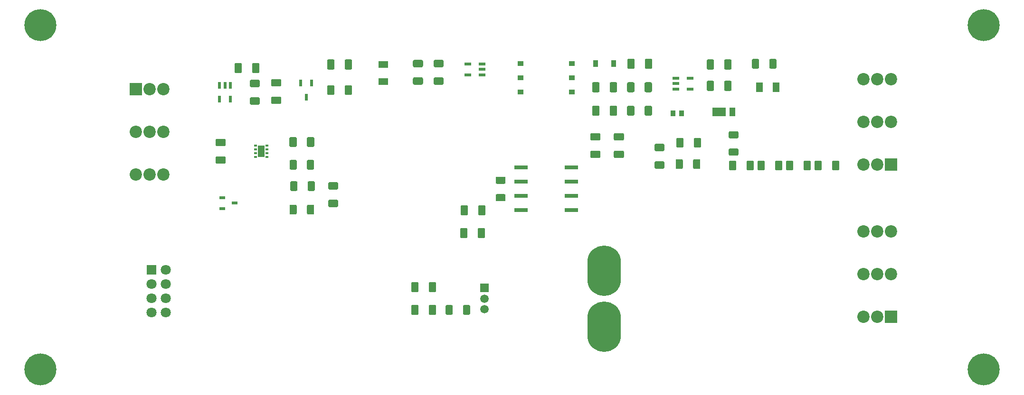
<source format=gts>
%TF.GenerationSoftware,KiCad,Pcbnew,(5.1.8)-1*%
%TF.CreationDate,2021-03-15T08:23:40+01:00*%
%TF.ProjectId,MeasCard,4d656173-4361-4726-942e-6b696361645f,rev?*%
%TF.SameCoordinates,Original*%
%TF.FileFunction,Soldermask,Top*%
%TF.FilePolarity,Negative*%
%FSLAX46Y46*%
G04 Gerber Fmt 4.6, Leading zero omitted, Abs format (unit mm)*
G04 Created by KiCad (PCBNEW (5.1.8)-1) date 2021-03-15 08:23:40*
%MOMM*%
%LPD*%
G01*
G04 APERTURE LIST*
%ADD10R,1.200000X0.600000*%
%ADD11R,1.800000X1.150000*%
%ADD12R,1.150000X1.800000*%
%ADD13R,0.600000X1.200000*%
%ADD14C,2.200000*%
%ADD15R,2.200000X2.200000*%
%ADD16C,5.700000*%
%ADD17R,1.120000X0.960000*%
%ADD18O,6.000000X9.000000*%
%ADD19R,1.500000X1.500000*%
%ADD20C,1.500000*%
%ADD21C,0.800000*%
%ADD22C,1.800000*%
%ADD23R,1.800000X1.800000*%
%ADD24R,1.050000X1.500000*%
%ADD25R,2.400000X1.500000*%
%ADD26R,1.200000X2.000000*%
%ADD27R,0.510000X0.410000*%
%ADD28R,2.350000X0.700000*%
%ADD29R,0.900000X1.000000*%
%ADD30R,0.900000X1.200000*%
%ADD31R,1.050000X0.600000*%
G04 APERTURE END LIST*
D10*
%TO.C,PS2*%
X127274000Y-65974000D03*
X127274000Y-64074000D03*
X129774000Y-64074000D03*
X129774000Y-65024000D03*
X129774000Y-65974000D03*
%TD*%
D11*
%TO.C,LED2*%
X112141000Y-67159000D03*
X112141000Y-64159000D03*
%TD*%
D12*
%TO.C,LED1*%
X179221000Y-68199000D03*
X182221000Y-68199000D03*
%TD*%
D10*
%TO.C,IC5*%
X166858000Y-66614000D03*
X166858000Y-68514000D03*
X164358000Y-68514000D03*
X164358000Y-67564000D03*
X164358000Y-66614000D03*
%TD*%
D13*
%TO.C,IC4*%
X98425000Y-69957000D03*
X97475000Y-67457000D03*
X99375000Y-67457000D03*
%TD*%
%TO.C,IC3*%
X84897000Y-70338000D03*
X82997000Y-70338000D03*
X82997000Y-67838000D03*
X83947000Y-67838000D03*
X84897000Y-67838000D03*
%TD*%
D14*
%TO.C,J4*%
X72952000Y-83820000D03*
X70512000Y-83820000D03*
X68072000Y-83820000D03*
X72952000Y-76200000D03*
X70512000Y-76200000D03*
X68072000Y-76200000D03*
X72952000Y-68580000D03*
X70512000Y-68580000D03*
D15*
X68072000Y-68580000D03*
%TD*%
D14*
%TO.C,J2*%
X197812000Y-93980000D03*
X200252000Y-93980000D03*
X202692000Y-93980000D03*
X197812000Y-101600000D03*
X200252000Y-101600000D03*
X202692000Y-101600000D03*
X197812000Y-109220000D03*
X200252000Y-109220000D03*
D15*
X202692000Y-109220000D03*
%TD*%
D14*
%TO.C,J1*%
X197812000Y-66802000D03*
X200252000Y-66802000D03*
X202692000Y-66802000D03*
X197812000Y-74422000D03*
X200252000Y-74422000D03*
X202692000Y-74422000D03*
X197812000Y-82042000D03*
X200252000Y-82042000D03*
D15*
X202692000Y-82042000D03*
%TD*%
D16*
%TO.C,H4*%
X219202000Y-118618000D03*
%TD*%
%TO.C,H3*%
X51054000Y-57150000D03*
%TD*%
%TO.C,H2*%
X219202000Y-57150000D03*
%TD*%
%TO.C,H1*%
X51054000Y-118618000D03*
%TD*%
D17*
%TO.C,T1*%
X145794000Y-64008000D03*
X145794000Y-66548000D03*
X145794000Y-69088000D03*
X136654000Y-69088000D03*
X136654000Y-66548000D03*
X136654000Y-64008000D03*
%TD*%
D18*
%TO.C,U1*%
X151575000Y-100923000D03*
X151575000Y-110923000D03*
D19*
X130175000Y-104013000D03*
D20*
X130175000Y-107833000D03*
X130175000Y-105923000D03*
G36*
G01*
X152567523Y-104703953D02*
X152567523Y-104703953D01*
G75*
G02*
X152374047Y-105235523I-362523J-169047D01*
G01*
X152374047Y-105235523D01*
G75*
G02*
X151842477Y-105042047I-169047J362523D01*
G01*
X151842477Y-105042047D01*
G75*
G02*
X152035953Y-104510477I362523J169047D01*
G01*
X152035953Y-104510477D01*
G75*
G02*
X152567523Y-104703953I169047J-362523D01*
G01*
G37*
G36*
G01*
X150582477Y-104703953D02*
X150582477Y-104703953D01*
G75*
G02*
X151114047Y-104510477I362523J-169047D01*
G01*
X151114047Y-104510477D01*
G75*
G02*
X151307523Y-105042047I-169047J-362523D01*
G01*
X151307523Y-105042047D01*
G75*
G02*
X150775953Y-105235523I-362523J169047D01*
G01*
X150775953Y-105235523D01*
G75*
G02*
X150582477Y-104703953I169047J362523D01*
G01*
G37*
D21*
X149915000Y-104123000D03*
X153235000Y-104123000D03*
X152205000Y-96973000D03*
X150945000Y-96973000D03*
X149915000Y-97723000D03*
X153235000Y-97723000D03*
X149525000Y-101593000D03*
X149525000Y-100253000D03*
X149525000Y-102923000D03*
X149525000Y-98923000D03*
X153625000Y-101593000D03*
X153625000Y-100253000D03*
X153625000Y-98923000D03*
X153625000Y-102923000D03*
X149915000Y-107723000D03*
X153235000Y-107723000D03*
G36*
G01*
X151307523Y-106803953D02*
X151307523Y-106803953D01*
G75*
G02*
X151114047Y-107335523I-362523J-169047D01*
G01*
X151114047Y-107335523D01*
G75*
G02*
X150582477Y-107142047I-169047J362523D01*
G01*
X150582477Y-107142047D01*
G75*
G02*
X150775953Y-106610477I362523J169047D01*
G01*
X150775953Y-106610477D01*
G75*
G02*
X151307523Y-106803953I169047J-362523D01*
G01*
G37*
G36*
G01*
X151842477Y-106803953D02*
X151842477Y-106803953D01*
G75*
G02*
X152374047Y-106610477I362523J-169047D01*
G01*
X152374047Y-106610477D01*
G75*
G02*
X152567523Y-107142047I-169047J-362523D01*
G01*
X152567523Y-107142047D01*
G75*
G02*
X152035953Y-107335523I-362523J169047D01*
G01*
X152035953Y-107335523D01*
G75*
G02*
X151842477Y-106803953I169047J362523D01*
G01*
G37*
X149915000Y-114123000D03*
X153235000Y-114123000D03*
X152205000Y-114873000D03*
X149525000Y-112923000D03*
X149525000Y-111593000D03*
X149525000Y-110253000D03*
X149525000Y-108923000D03*
X153625000Y-112923000D03*
X153625000Y-111593000D03*
X153625000Y-110253000D03*
X153625000Y-108923000D03*
X150945000Y-114873000D03*
%TD*%
%TO.C,R9*%
G36*
G01*
X132470999Y-87260000D02*
X133721001Y-87260000D01*
G75*
G02*
X133971000Y-87509999I0J-249999D01*
G01*
X133971000Y-88310001D01*
G75*
G02*
X133721001Y-88560000I-249999J0D01*
G01*
X132470999Y-88560000D01*
G75*
G02*
X132221000Y-88310001I0J249999D01*
G01*
X132221000Y-87509999D01*
G75*
G02*
X132470999Y-87260000I249999J0D01*
G01*
G37*
G36*
G01*
X132470999Y-84160000D02*
X133721001Y-84160000D01*
G75*
G02*
X133971000Y-84409999I0J-249999D01*
G01*
X133971000Y-85210001D01*
G75*
G02*
X133721001Y-85460000I-249999J0D01*
G01*
X132470999Y-85460000D01*
G75*
G02*
X132221000Y-85210001I0J249999D01*
G01*
X132221000Y-84409999D01*
G75*
G02*
X132470999Y-84160000I249999J0D01*
G01*
G37*
%TD*%
%TO.C,R6*%
G36*
G01*
X126376000Y-108575001D02*
X126376000Y-107324999D01*
G75*
G02*
X126625999Y-107075000I249999J0D01*
G01*
X127426001Y-107075000D01*
G75*
G02*
X127676000Y-107324999I0J-249999D01*
G01*
X127676000Y-108575001D01*
G75*
G02*
X127426001Y-108825000I-249999J0D01*
G01*
X126625999Y-108825000D01*
G75*
G02*
X126376000Y-108575001I0J249999D01*
G01*
G37*
G36*
G01*
X123276000Y-108575001D02*
X123276000Y-107324999D01*
G75*
G02*
X123525999Y-107075000I249999J0D01*
G01*
X124326001Y-107075000D01*
G75*
G02*
X124576000Y-107324999I0J-249999D01*
G01*
X124576000Y-108575001D01*
G75*
G02*
X124326001Y-108825000I-249999J0D01*
G01*
X123525999Y-108825000D01*
G75*
G02*
X123276000Y-108575001I0J249999D01*
G01*
G37*
%TD*%
%TO.C,R4*%
G36*
G01*
X176922000Y-82794001D02*
X176922000Y-81543999D01*
G75*
G02*
X177171999Y-81294000I249999J0D01*
G01*
X177972001Y-81294000D01*
G75*
G02*
X178222000Y-81543999I0J-249999D01*
G01*
X178222000Y-82794001D01*
G75*
G02*
X177972001Y-83044000I-249999J0D01*
G01*
X177171999Y-83044000D01*
G75*
G02*
X176922000Y-82794001I0J249999D01*
G01*
G37*
G36*
G01*
X173822000Y-82794001D02*
X173822000Y-81543999D01*
G75*
G02*
X174071999Y-81294000I249999J0D01*
G01*
X174872001Y-81294000D01*
G75*
G02*
X175122000Y-81543999I0J-249999D01*
G01*
X175122000Y-82794001D01*
G75*
G02*
X174872001Y-83044000I-249999J0D01*
G01*
X174071999Y-83044000D01*
G75*
G02*
X173822000Y-82794001I0J249999D01*
G01*
G37*
%TD*%
%TO.C,R3*%
G36*
G01*
X182002000Y-82794001D02*
X182002000Y-81543999D01*
G75*
G02*
X182251999Y-81294000I249999J0D01*
G01*
X183052001Y-81294000D01*
G75*
G02*
X183302000Y-81543999I0J-249999D01*
G01*
X183302000Y-82794001D01*
G75*
G02*
X183052001Y-83044000I-249999J0D01*
G01*
X182251999Y-83044000D01*
G75*
G02*
X182002000Y-82794001I0J249999D01*
G01*
G37*
G36*
G01*
X178902000Y-82794001D02*
X178902000Y-81543999D01*
G75*
G02*
X179151999Y-81294000I249999J0D01*
G01*
X179952001Y-81294000D01*
G75*
G02*
X180202000Y-81543999I0J-249999D01*
G01*
X180202000Y-82794001D01*
G75*
G02*
X179952001Y-83044000I-249999J0D01*
G01*
X179151999Y-83044000D01*
G75*
G02*
X178902000Y-82794001I0J249999D01*
G01*
G37*
%TD*%
%TO.C,R1*%
G36*
G01*
X192162000Y-82794001D02*
X192162000Y-81543999D01*
G75*
G02*
X192411999Y-81294000I249999J0D01*
G01*
X193212001Y-81294000D01*
G75*
G02*
X193462000Y-81543999I0J-249999D01*
G01*
X193462000Y-82794001D01*
G75*
G02*
X193212001Y-83044000I-249999J0D01*
G01*
X192411999Y-83044000D01*
G75*
G02*
X192162000Y-82794001I0J249999D01*
G01*
G37*
G36*
G01*
X189062000Y-82794001D02*
X189062000Y-81543999D01*
G75*
G02*
X189311999Y-81294000I249999J0D01*
G01*
X190112001Y-81294000D01*
G75*
G02*
X190362000Y-81543999I0J-249999D01*
G01*
X190362000Y-82794001D01*
G75*
G02*
X190112001Y-83044000I-249999J0D01*
G01*
X189311999Y-83044000D01*
G75*
G02*
X189062000Y-82794001I0J249999D01*
G01*
G37*
%TD*%
D22*
%TO.C,J3*%
X73406000Y-108458000D03*
X70866000Y-108458000D03*
X73406000Y-105918000D03*
X70866000Y-105918000D03*
X73406000Y-103378000D03*
X70866000Y-103378000D03*
X73406000Y-100838000D03*
D23*
X70866000Y-100838000D03*
%TD*%
D24*
%TO.C,Z1*%
X174418000Y-72644000D03*
D25*
X172043000Y-72644000D03*
%TD*%
%TO.C,Rpg1*%
G36*
G01*
X98563000Y-82667001D02*
X98563000Y-81416999D01*
G75*
G02*
X98812999Y-81167000I249999J0D01*
G01*
X99613001Y-81167000D01*
G75*
G02*
X99863000Y-81416999I0J-249999D01*
G01*
X99863000Y-82667001D01*
G75*
G02*
X99613001Y-82917000I-249999J0D01*
G01*
X98812999Y-82917000D01*
G75*
G02*
X98563000Y-82667001I0J249999D01*
G01*
G37*
G36*
G01*
X95463000Y-82667001D02*
X95463000Y-81416999D01*
G75*
G02*
X95712999Y-81167000I249999J0D01*
G01*
X96513001Y-81167000D01*
G75*
G02*
X96763000Y-81416999I0J-249999D01*
G01*
X96763000Y-82667001D01*
G75*
G02*
X96513001Y-82917000I-249999J0D01*
G01*
X95712999Y-82917000D01*
G75*
G02*
X95463000Y-82667001I0J249999D01*
G01*
G37*
%TD*%
%TO.C,Rfbt1*%
G36*
G01*
X98690000Y-86477001D02*
X98690000Y-85226999D01*
G75*
G02*
X98939999Y-84977000I249999J0D01*
G01*
X99740001Y-84977000D01*
G75*
G02*
X99990000Y-85226999I0J-249999D01*
G01*
X99990000Y-86477001D01*
G75*
G02*
X99740001Y-86727000I-249999J0D01*
G01*
X98939999Y-86727000D01*
G75*
G02*
X98690000Y-86477001I0J249999D01*
G01*
G37*
G36*
G01*
X95590000Y-86477001D02*
X95590000Y-85226999D01*
G75*
G02*
X95839999Y-84977000I249999J0D01*
G01*
X96640001Y-84977000D01*
G75*
G02*
X96890000Y-85226999I0J-249999D01*
G01*
X96890000Y-86477001D01*
G75*
G02*
X96640001Y-86727000I-249999J0D01*
G01*
X95839999Y-86727000D01*
G75*
G02*
X95590000Y-86477001I0J249999D01*
G01*
G37*
%TD*%
%TO.C,Rfbb2*%
G36*
G01*
X103494000Y-68081999D02*
X103494000Y-69332001D01*
G75*
G02*
X103244001Y-69582000I-249999J0D01*
G01*
X102443999Y-69582000D01*
G75*
G02*
X102194000Y-69332001I0J249999D01*
G01*
X102194000Y-68081999D01*
G75*
G02*
X102443999Y-67832000I249999J0D01*
G01*
X103244001Y-67832000D01*
G75*
G02*
X103494000Y-68081999I0J-249999D01*
G01*
G37*
G36*
G01*
X106594000Y-68081999D02*
X106594000Y-69332001D01*
G75*
G02*
X106344001Y-69582000I-249999J0D01*
G01*
X105543999Y-69582000D01*
G75*
G02*
X105294000Y-69332001I0J249999D01*
G01*
X105294000Y-68081999D01*
G75*
G02*
X105543999Y-67832000I249999J0D01*
G01*
X106344001Y-67832000D01*
G75*
G02*
X106594000Y-68081999I0J-249999D01*
G01*
G37*
%TD*%
%TO.C,Rfbb1*%
G36*
G01*
X96763000Y-89417999D02*
X96763000Y-90668001D01*
G75*
G02*
X96513001Y-90918000I-249999J0D01*
G01*
X95712999Y-90918000D01*
G75*
G02*
X95463000Y-90668001I0J249999D01*
G01*
X95463000Y-89417999D01*
G75*
G02*
X95712999Y-89168000I249999J0D01*
G01*
X96513001Y-89168000D01*
G75*
G02*
X96763000Y-89417999I0J-249999D01*
G01*
G37*
G36*
G01*
X99863000Y-89417999D02*
X99863000Y-90668001D01*
G75*
G02*
X99613001Y-90918000I-249999J0D01*
G01*
X98812999Y-90918000D01*
G75*
G02*
X98563000Y-90668001I0J249999D01*
G01*
X98563000Y-89417999D01*
G75*
G02*
X98812999Y-89168000I249999J0D01*
G01*
X99613001Y-89168000D01*
G75*
G02*
X99863000Y-89417999I0J-249999D01*
G01*
G37*
%TD*%
%TO.C,R10*%
G36*
G01*
X179186000Y-63382999D02*
X179186000Y-64633001D01*
G75*
G02*
X178936001Y-64883000I-249999J0D01*
G01*
X178135999Y-64883000D01*
G75*
G02*
X177886000Y-64633001I0J249999D01*
G01*
X177886000Y-63382999D01*
G75*
G02*
X178135999Y-63133000I249999J0D01*
G01*
X178936001Y-63133000D01*
G75*
G02*
X179186000Y-63382999I0J-249999D01*
G01*
G37*
G36*
G01*
X182286000Y-63382999D02*
X182286000Y-64633001D01*
G75*
G02*
X182036001Y-64883000I-249999J0D01*
G01*
X181235999Y-64883000D01*
G75*
G02*
X180986000Y-64633001I0J249999D01*
G01*
X180986000Y-63382999D01*
G75*
G02*
X181235999Y-63133000I249999J0D01*
G01*
X182036001Y-63133000D01*
G75*
G02*
X182286000Y-63382999I0J-249999D01*
G01*
G37*
%TD*%
%TO.C,R8*%
G36*
G01*
X167524000Y-78730001D02*
X167524000Y-77479999D01*
G75*
G02*
X167773999Y-77230000I249999J0D01*
G01*
X168574001Y-77230000D01*
G75*
G02*
X168824000Y-77479999I0J-249999D01*
G01*
X168824000Y-78730001D01*
G75*
G02*
X168574001Y-78980000I-249999J0D01*
G01*
X167773999Y-78980000D01*
G75*
G02*
X167524000Y-78730001I0J249999D01*
G01*
G37*
G36*
G01*
X164424000Y-78730001D02*
X164424000Y-77479999D01*
G75*
G02*
X164673999Y-77230000I249999J0D01*
G01*
X165474001Y-77230000D01*
G75*
G02*
X165724000Y-77479999I0J-249999D01*
G01*
X165724000Y-78730001D01*
G75*
G02*
X165474001Y-78980000I-249999J0D01*
G01*
X164673999Y-78980000D01*
G75*
G02*
X164424000Y-78730001I0J249999D01*
G01*
G37*
%TD*%
%TO.C,R7*%
G36*
G01*
X167397000Y-82540001D02*
X167397000Y-81289999D01*
G75*
G02*
X167646999Y-81040000I249999J0D01*
G01*
X168447001Y-81040000D01*
G75*
G02*
X168697000Y-81289999I0J-249999D01*
G01*
X168697000Y-82540001D01*
G75*
G02*
X168447001Y-82790000I-249999J0D01*
G01*
X167646999Y-82790000D01*
G75*
G02*
X167397000Y-82540001I0J249999D01*
G01*
G37*
G36*
G01*
X164297000Y-82540001D02*
X164297000Y-81289999D01*
G75*
G02*
X164546999Y-81040000I249999J0D01*
G01*
X165347001Y-81040000D01*
G75*
G02*
X165597000Y-81289999I0J-249999D01*
G01*
X165597000Y-82540001D01*
G75*
G02*
X165347001Y-82790000I-249999J0D01*
G01*
X164546999Y-82790000D01*
G75*
G02*
X164297000Y-82540001I0J249999D01*
G01*
G37*
%TD*%
%TO.C,R5*%
G36*
G01*
X173999999Y-79132000D02*
X175250001Y-79132000D01*
G75*
G02*
X175500000Y-79381999I0J-249999D01*
G01*
X175500000Y-80182001D01*
G75*
G02*
X175250001Y-80432000I-249999J0D01*
G01*
X173999999Y-80432000D01*
G75*
G02*
X173750000Y-80182001I0J249999D01*
G01*
X173750000Y-79381999D01*
G75*
G02*
X173999999Y-79132000I249999J0D01*
G01*
G37*
G36*
G01*
X173999999Y-76032000D02*
X175250001Y-76032000D01*
G75*
G02*
X175500000Y-76281999I0J-249999D01*
G01*
X175500000Y-77082001D01*
G75*
G02*
X175250001Y-77332000I-249999J0D01*
G01*
X173999999Y-77332000D01*
G75*
G02*
X173750000Y-77082001I0J249999D01*
G01*
X173750000Y-76281999D01*
G75*
G02*
X173999999Y-76032000I249999J0D01*
G01*
G37*
%TD*%
%TO.C,R2*%
G36*
G01*
X187082000Y-82794001D02*
X187082000Y-81543999D01*
G75*
G02*
X187331999Y-81294000I249999J0D01*
G01*
X188132001Y-81294000D01*
G75*
G02*
X188382000Y-81543999I0J-249999D01*
G01*
X188382000Y-82794001D01*
G75*
G02*
X188132001Y-83044000I-249999J0D01*
G01*
X187331999Y-83044000D01*
G75*
G02*
X187082000Y-82794001I0J249999D01*
G01*
G37*
G36*
G01*
X183982000Y-82794001D02*
X183982000Y-81543999D01*
G75*
G02*
X184231999Y-81294000I249999J0D01*
G01*
X185032001Y-81294000D01*
G75*
G02*
X185282000Y-81543999I0J-249999D01*
G01*
X185282000Y-82794001D01*
G75*
G02*
X185032001Y-83044000I-249999J0D01*
G01*
X184231999Y-83044000D01*
G75*
G02*
X183982000Y-82794001I0J249999D01*
G01*
G37*
%TD*%
D26*
%TO.C,PS1*%
X90424000Y-79629000D03*
D27*
X91474000Y-78654000D03*
X91474000Y-79304000D03*
X91474000Y-79954000D03*
X91474000Y-80604000D03*
X89374000Y-80604000D03*
X89374000Y-79954000D03*
X89374000Y-79304000D03*
X89374000Y-78654000D03*
%TD*%
D28*
%TO.C,IC1*%
X136699000Y-90170000D03*
X136699000Y-87630000D03*
X136699000Y-85090000D03*
X136699000Y-82550000D03*
X145749000Y-82550000D03*
X145749000Y-85090000D03*
X145749000Y-87630000D03*
X145749000Y-90170000D03*
%TD*%
D29*
%TO.C,FB1*%
X165392000Y-72898000D03*
X163792000Y-72898000D03*
%TD*%
D30*
%TO.C,D2*%
X149988000Y-64008000D03*
X153288000Y-64008000D03*
%TD*%
D31*
%TO.C,D1*%
X85682000Y-88900000D03*
X83482000Y-89850000D03*
X83482000Y-87950000D03*
%TD*%
%TO.C,Css1*%
G36*
G01*
X98563000Y-78628003D02*
X98563000Y-77327997D01*
G75*
G02*
X98812997Y-77078000I249997J0D01*
G01*
X99638003Y-77078000D01*
G75*
G02*
X99888000Y-77327997I0J-249997D01*
G01*
X99888000Y-78628003D01*
G75*
G02*
X99638003Y-78878000I-249997J0D01*
G01*
X98812997Y-78878000D01*
G75*
G02*
X98563000Y-78628003I0J249997D01*
G01*
G37*
G36*
G01*
X95438000Y-78628003D02*
X95438000Y-77327997D01*
G75*
G02*
X95687997Y-77078000I249997J0D01*
G01*
X96513003Y-77078000D01*
G75*
G02*
X96763000Y-77327997I0J-249997D01*
G01*
X96763000Y-78628003D01*
G75*
G02*
X96513003Y-78878000I-249997J0D01*
G01*
X95687997Y-78878000D01*
G75*
G02*
X95438000Y-78628003I0J249997D01*
G01*
G37*
%TD*%
%TO.C,Cout1*%
G36*
G01*
X102600997Y-88276000D02*
X103901003Y-88276000D01*
G75*
G02*
X104151000Y-88525997I0J-249997D01*
G01*
X104151000Y-89351003D01*
G75*
G02*
X103901003Y-89601000I-249997J0D01*
G01*
X102600997Y-89601000D01*
G75*
G02*
X102351000Y-89351003I0J249997D01*
G01*
X102351000Y-88525997D01*
G75*
G02*
X102600997Y-88276000I249997J0D01*
G01*
G37*
G36*
G01*
X102600997Y-85151000D02*
X103901003Y-85151000D01*
G75*
G02*
X104151000Y-85400997I0J-249997D01*
G01*
X104151000Y-86226003D01*
G75*
G02*
X103901003Y-86476000I-249997J0D01*
G01*
X102600997Y-86476000D01*
G75*
G02*
X102351000Y-86226003I0J249997D01*
G01*
X102351000Y-85400997D01*
G75*
G02*
X102600997Y-85151000I249997J0D01*
G01*
G37*
%TD*%
%TO.C,Cin1*%
G36*
G01*
X82534997Y-80529000D02*
X83835003Y-80529000D01*
G75*
G02*
X84085000Y-80778997I0J-249997D01*
G01*
X84085000Y-81604003D01*
G75*
G02*
X83835003Y-81854000I-249997J0D01*
G01*
X82534997Y-81854000D01*
G75*
G02*
X82285000Y-81604003I0J249997D01*
G01*
X82285000Y-80778997D01*
G75*
G02*
X82534997Y-80529000I249997J0D01*
G01*
G37*
G36*
G01*
X82534997Y-77404000D02*
X83835003Y-77404000D01*
G75*
G02*
X84085000Y-77653997I0J-249997D01*
G01*
X84085000Y-78479003D01*
G75*
G02*
X83835003Y-78729000I-249997J0D01*
G01*
X82534997Y-78729000D01*
G75*
G02*
X82285000Y-78479003I0J249997D01*
G01*
X82285000Y-77653997D01*
G75*
G02*
X82534997Y-77404000I249997J0D01*
G01*
G37*
%TD*%
%TO.C,C17*%
G36*
G01*
X150738000Y-71739997D02*
X150738000Y-73040003D01*
G75*
G02*
X150488003Y-73290000I-249997J0D01*
G01*
X149662997Y-73290000D01*
G75*
G02*
X149413000Y-73040003I0J249997D01*
G01*
X149413000Y-71739997D01*
G75*
G02*
X149662997Y-71490000I249997J0D01*
G01*
X150488003Y-71490000D01*
G75*
G02*
X150738000Y-71739997I0J-249997D01*
G01*
G37*
G36*
G01*
X153863000Y-71739997D02*
X153863000Y-73040003D01*
G75*
G02*
X153613003Y-73290000I-249997J0D01*
G01*
X152787997Y-73290000D01*
G75*
G02*
X152538000Y-73040003I0J249997D01*
G01*
X152538000Y-71739997D01*
G75*
G02*
X152787997Y-71490000I249997J0D01*
G01*
X153613003Y-71490000D01*
G75*
G02*
X153863000Y-71739997I0J-249997D01*
G01*
G37*
%TD*%
%TO.C,C16*%
G36*
G01*
X150738000Y-67548997D02*
X150738000Y-68849003D01*
G75*
G02*
X150488003Y-69099000I-249997J0D01*
G01*
X149662997Y-69099000D01*
G75*
G02*
X149413000Y-68849003I0J249997D01*
G01*
X149413000Y-67548997D01*
G75*
G02*
X149662997Y-67299000I249997J0D01*
G01*
X150488003Y-67299000D01*
G75*
G02*
X150738000Y-67548997I0J-249997D01*
G01*
G37*
G36*
G01*
X153863000Y-67548997D02*
X153863000Y-68849003D01*
G75*
G02*
X153613003Y-69099000I-249997J0D01*
G01*
X152787997Y-69099000D01*
G75*
G02*
X152538000Y-68849003I0J249997D01*
G01*
X152538000Y-67548997D01*
G75*
G02*
X152787997Y-67299000I249997J0D01*
G01*
X153613003Y-67299000D01*
G75*
G02*
X153863000Y-67548997I0J-249997D01*
G01*
G37*
%TD*%
%TO.C,C12*%
G36*
G01*
X117713997Y-66432000D02*
X119014003Y-66432000D01*
G75*
G02*
X119264000Y-66681997I0J-249997D01*
G01*
X119264000Y-67507003D01*
G75*
G02*
X119014003Y-67757000I-249997J0D01*
G01*
X117713997Y-67757000D01*
G75*
G02*
X117464000Y-67507003I0J249997D01*
G01*
X117464000Y-66681997D01*
G75*
G02*
X117713997Y-66432000I249997J0D01*
G01*
G37*
G36*
G01*
X117713997Y-63307000D02*
X119014003Y-63307000D01*
G75*
G02*
X119264000Y-63556997I0J-249997D01*
G01*
X119264000Y-64382003D01*
G75*
G02*
X119014003Y-64632000I-249997J0D01*
G01*
X117713997Y-64632000D01*
G75*
G02*
X117464000Y-64382003I0J249997D01*
G01*
X117464000Y-63556997D01*
G75*
G02*
X117713997Y-63307000I249997J0D01*
G01*
G37*
%TD*%
%TO.C,C11*%
G36*
G01*
X121396997Y-66432000D02*
X122697003Y-66432000D01*
G75*
G02*
X122947000Y-66681997I0J-249997D01*
G01*
X122947000Y-67507003D01*
G75*
G02*
X122697003Y-67757000I-249997J0D01*
G01*
X121396997Y-67757000D01*
G75*
G02*
X121147000Y-67507003I0J249997D01*
G01*
X121147000Y-66681997D01*
G75*
G02*
X121396997Y-66432000I249997J0D01*
G01*
G37*
G36*
G01*
X121396997Y-63307000D02*
X122697003Y-63307000D01*
G75*
G02*
X122947000Y-63556997I0J-249997D01*
G01*
X122947000Y-64382003D01*
G75*
G02*
X122697003Y-64632000I-249997J0D01*
G01*
X121396997Y-64632000D01*
G75*
G02*
X121147000Y-64382003I0J249997D01*
G01*
X121147000Y-63556997D01*
G75*
G02*
X121396997Y-63307000I249997J0D01*
G01*
G37*
%TD*%
%TO.C,C20*%
G36*
G01*
X105294000Y-64785003D02*
X105294000Y-63484997D01*
G75*
G02*
X105543997Y-63235000I249997J0D01*
G01*
X106369003Y-63235000D01*
G75*
G02*
X106619000Y-63484997I0J-249997D01*
G01*
X106619000Y-64785003D01*
G75*
G02*
X106369003Y-65035000I-249997J0D01*
G01*
X105543997Y-65035000D01*
G75*
G02*
X105294000Y-64785003I0J249997D01*
G01*
G37*
G36*
G01*
X102169000Y-64785003D02*
X102169000Y-63484997D01*
G75*
G02*
X102418997Y-63235000I249997J0D01*
G01*
X103244003Y-63235000D01*
G75*
G02*
X103494000Y-63484997I0J-249997D01*
G01*
X103494000Y-64785003D01*
G75*
G02*
X103244003Y-65035000I-249997J0D01*
G01*
X102418997Y-65035000D01*
G75*
G02*
X102169000Y-64785003I0J249997D01*
G01*
G37*
%TD*%
%TO.C,C15*%
G36*
G01*
X172946500Y-68595003D02*
X172946500Y-67294997D01*
G75*
G02*
X173196497Y-67045000I249997J0D01*
G01*
X174021503Y-67045000D01*
G75*
G02*
X174271500Y-67294997I0J-249997D01*
G01*
X174271500Y-68595003D01*
G75*
G02*
X174021503Y-68845000I-249997J0D01*
G01*
X173196497Y-68845000D01*
G75*
G02*
X172946500Y-68595003I0J249997D01*
G01*
G37*
G36*
G01*
X169821500Y-68595003D02*
X169821500Y-67294997D01*
G75*
G02*
X170071497Y-67045000I249997J0D01*
G01*
X170896503Y-67045000D01*
G75*
G02*
X171146500Y-67294997I0J-249997D01*
G01*
X171146500Y-68595003D01*
G75*
G02*
X170896503Y-68845000I-249997J0D01*
G01*
X170071497Y-68845000D01*
G75*
G02*
X169821500Y-68595003I0J249997D01*
G01*
G37*
%TD*%
%TO.C,C13*%
G36*
G01*
X172946500Y-64785003D02*
X172946500Y-63484997D01*
G75*
G02*
X173196497Y-63235000I249997J0D01*
G01*
X174021503Y-63235000D01*
G75*
G02*
X174271500Y-63484997I0J-249997D01*
G01*
X174271500Y-64785003D01*
G75*
G02*
X174021503Y-65035000I-249997J0D01*
G01*
X173196497Y-65035000D01*
G75*
G02*
X172946500Y-64785003I0J249997D01*
G01*
G37*
G36*
G01*
X169821500Y-64785003D02*
X169821500Y-63484997D01*
G75*
G02*
X170071497Y-63235000I249997J0D01*
G01*
X170896503Y-63235000D01*
G75*
G02*
X171146500Y-63484997I0J-249997D01*
G01*
X171146500Y-64785003D01*
G75*
G02*
X170896503Y-65035000I-249997J0D01*
G01*
X170071497Y-65035000D01*
G75*
G02*
X169821500Y-64785003I0J249997D01*
G01*
G37*
%TD*%
%TO.C,C19*%
G36*
G01*
X93741003Y-68061000D02*
X92440997Y-68061000D01*
G75*
G02*
X92191000Y-67811003I0J249997D01*
G01*
X92191000Y-66985997D01*
G75*
G02*
X92440997Y-66736000I249997J0D01*
G01*
X93741003Y-66736000D01*
G75*
G02*
X93991000Y-66985997I0J-249997D01*
G01*
X93991000Y-67811003D01*
G75*
G02*
X93741003Y-68061000I-249997J0D01*
G01*
G37*
G36*
G01*
X93741003Y-71186000D02*
X92440997Y-71186000D01*
G75*
G02*
X92191000Y-70936003I0J249997D01*
G01*
X92191000Y-70110997D01*
G75*
G02*
X92440997Y-69861000I249997J0D01*
G01*
X93741003Y-69861000D01*
G75*
G02*
X93991000Y-70110997I0J-249997D01*
G01*
X93991000Y-70936003D01*
G75*
G02*
X93741003Y-71186000I-249997J0D01*
G01*
G37*
%TD*%
%TO.C,C10*%
G36*
G01*
X158761000Y-73040003D02*
X158761000Y-71739997D01*
G75*
G02*
X159010997Y-71490000I249997J0D01*
G01*
X159836003Y-71490000D01*
G75*
G02*
X160086000Y-71739997I0J-249997D01*
G01*
X160086000Y-73040003D01*
G75*
G02*
X159836003Y-73290000I-249997J0D01*
G01*
X159010997Y-73290000D01*
G75*
G02*
X158761000Y-73040003I0J249997D01*
G01*
G37*
G36*
G01*
X155636000Y-73040003D02*
X155636000Y-71739997D01*
G75*
G02*
X155885997Y-71490000I249997J0D01*
G01*
X156711003Y-71490000D01*
G75*
G02*
X156961000Y-71739997I0J-249997D01*
G01*
X156961000Y-73040003D01*
G75*
G02*
X156711003Y-73290000I-249997J0D01*
G01*
X155885997Y-73290000D01*
G75*
G02*
X155636000Y-73040003I0J249997D01*
G01*
G37*
%TD*%
%TO.C,C18*%
G36*
G01*
X89931003Y-68188000D02*
X88630997Y-68188000D01*
G75*
G02*
X88381000Y-67938003I0J249997D01*
G01*
X88381000Y-67112997D01*
G75*
G02*
X88630997Y-66863000I249997J0D01*
G01*
X89931003Y-66863000D01*
G75*
G02*
X90181000Y-67112997I0J-249997D01*
G01*
X90181000Y-67938003D01*
G75*
G02*
X89931003Y-68188000I-249997J0D01*
G01*
G37*
G36*
G01*
X89931003Y-71313000D02*
X88630997Y-71313000D01*
G75*
G02*
X88381000Y-71063003I0J249997D01*
G01*
X88381000Y-70237997D01*
G75*
G02*
X88630997Y-69988000I249997J0D01*
G01*
X89931003Y-69988000D01*
G75*
G02*
X90181000Y-70237997I0J-249997D01*
G01*
X90181000Y-71063003D01*
G75*
G02*
X89931003Y-71313000I-249997J0D01*
G01*
G37*
%TD*%
%TO.C,C9*%
G36*
G01*
X158761000Y-68849003D02*
X158761000Y-67548997D01*
G75*
G02*
X159010997Y-67299000I249997J0D01*
G01*
X159836003Y-67299000D01*
G75*
G02*
X160086000Y-67548997I0J-249997D01*
G01*
X160086000Y-68849003D01*
G75*
G02*
X159836003Y-69099000I-249997J0D01*
G01*
X159010997Y-69099000D01*
G75*
G02*
X158761000Y-68849003I0J249997D01*
G01*
G37*
G36*
G01*
X155636000Y-68849003D02*
X155636000Y-67548997D01*
G75*
G02*
X155885997Y-67299000I249997J0D01*
G01*
X156711003Y-67299000D01*
G75*
G02*
X156961000Y-67548997I0J-249997D01*
G01*
X156961000Y-68849003D01*
G75*
G02*
X156711003Y-69099000I-249997J0D01*
G01*
X155885997Y-69099000D01*
G75*
G02*
X155636000Y-68849003I0J249997D01*
G01*
G37*
%TD*%
%TO.C,C8*%
G36*
G01*
X158799500Y-64658003D02*
X158799500Y-63357997D01*
G75*
G02*
X159049497Y-63108000I249997J0D01*
G01*
X159874503Y-63108000D01*
G75*
G02*
X160124500Y-63357997I0J-249997D01*
G01*
X160124500Y-64658003D01*
G75*
G02*
X159874503Y-64908000I-249997J0D01*
G01*
X159049497Y-64908000D01*
G75*
G02*
X158799500Y-64658003I0J249997D01*
G01*
G37*
G36*
G01*
X155674500Y-64658003D02*
X155674500Y-63357997D01*
G75*
G02*
X155924497Y-63108000I249997J0D01*
G01*
X156749503Y-63108000D01*
G75*
G02*
X156999500Y-63357997I0J-249997D01*
G01*
X156999500Y-64658003D01*
G75*
G02*
X156749503Y-64908000I-249997J0D01*
G01*
X155924497Y-64908000D01*
G75*
G02*
X155674500Y-64658003I0J249997D01*
G01*
G37*
%TD*%
%TO.C,C14*%
G36*
G01*
X88784000Y-65420003D02*
X88784000Y-64119997D01*
G75*
G02*
X89033997Y-63870000I249997J0D01*
G01*
X89859003Y-63870000D01*
G75*
G02*
X90109000Y-64119997I0J-249997D01*
G01*
X90109000Y-65420003D01*
G75*
G02*
X89859003Y-65670000I-249997J0D01*
G01*
X89033997Y-65670000D01*
G75*
G02*
X88784000Y-65420003I0J249997D01*
G01*
G37*
G36*
G01*
X85659000Y-65420003D02*
X85659000Y-64119997D01*
G75*
G02*
X85908997Y-63870000I249997J0D01*
G01*
X86734003Y-63870000D01*
G75*
G02*
X86984000Y-64119997I0J-249997D01*
G01*
X86984000Y-65420003D01*
G75*
G02*
X86734003Y-65670000I-249997J0D01*
G01*
X85908997Y-65670000D01*
G75*
G02*
X85659000Y-65420003I0J249997D01*
G01*
G37*
%TD*%
%TO.C,C7*%
G36*
G01*
X129081500Y-90820003D02*
X129081500Y-89519997D01*
G75*
G02*
X129331497Y-89270000I249997J0D01*
G01*
X130156503Y-89270000D01*
G75*
G02*
X130406500Y-89519997I0J-249997D01*
G01*
X130406500Y-90820003D01*
G75*
G02*
X130156503Y-91070000I-249997J0D01*
G01*
X129331497Y-91070000D01*
G75*
G02*
X129081500Y-90820003I0J249997D01*
G01*
G37*
G36*
G01*
X125956500Y-90820003D02*
X125956500Y-89519997D01*
G75*
G02*
X126206497Y-89270000I249997J0D01*
G01*
X127031503Y-89270000D01*
G75*
G02*
X127281500Y-89519997I0J-249997D01*
G01*
X127281500Y-90820003D01*
G75*
G02*
X127031503Y-91070000I-249997J0D01*
G01*
X126206497Y-91070000D01*
G75*
G02*
X125956500Y-90820003I0J249997D01*
G01*
G37*
%TD*%
%TO.C,C6*%
G36*
G01*
X129004500Y-94884003D02*
X129004500Y-93583997D01*
G75*
G02*
X129254497Y-93334000I249997J0D01*
G01*
X130079503Y-93334000D01*
G75*
G02*
X130329500Y-93583997I0J-249997D01*
G01*
X130329500Y-94884003D01*
G75*
G02*
X130079503Y-95134000I-249997J0D01*
G01*
X129254497Y-95134000D01*
G75*
G02*
X129004500Y-94884003I0J249997D01*
G01*
G37*
G36*
G01*
X125879500Y-94884003D02*
X125879500Y-93583997D01*
G75*
G02*
X126129497Y-93334000I249997J0D01*
G01*
X126954503Y-93334000D01*
G75*
G02*
X127204500Y-93583997I0J-249997D01*
G01*
X127204500Y-94884003D01*
G75*
G02*
X126954503Y-95134000I-249997J0D01*
G01*
X126129497Y-95134000D01*
G75*
G02*
X125879500Y-94884003I0J249997D01*
G01*
G37*
%TD*%
%TO.C,C5*%
G36*
G01*
X153527997Y-79513000D02*
X154828003Y-79513000D01*
G75*
G02*
X155078000Y-79762997I0J-249997D01*
G01*
X155078000Y-80588003D01*
G75*
G02*
X154828003Y-80838000I-249997J0D01*
G01*
X153527997Y-80838000D01*
G75*
G02*
X153278000Y-80588003I0J249997D01*
G01*
X153278000Y-79762997D01*
G75*
G02*
X153527997Y-79513000I249997J0D01*
G01*
G37*
G36*
G01*
X153527997Y-76388000D02*
X154828003Y-76388000D01*
G75*
G02*
X155078000Y-76637997I0J-249997D01*
G01*
X155078000Y-77463003D01*
G75*
G02*
X154828003Y-77713000I-249997J0D01*
G01*
X153527997Y-77713000D01*
G75*
G02*
X153278000Y-77463003I0J249997D01*
G01*
X153278000Y-76637997D01*
G75*
G02*
X153527997Y-76388000I249997J0D01*
G01*
G37*
%TD*%
%TO.C,C4*%
G36*
G01*
X149336997Y-79513000D02*
X150637003Y-79513000D01*
G75*
G02*
X150887000Y-79762997I0J-249997D01*
G01*
X150887000Y-80588003D01*
G75*
G02*
X150637003Y-80838000I-249997J0D01*
G01*
X149336997Y-80838000D01*
G75*
G02*
X149087000Y-80588003I0J249997D01*
G01*
X149087000Y-79762997D01*
G75*
G02*
X149336997Y-79513000I249997J0D01*
G01*
G37*
G36*
G01*
X149336997Y-76388000D02*
X150637003Y-76388000D01*
G75*
G02*
X150887000Y-76637997I0J-249997D01*
G01*
X150887000Y-77463003D01*
G75*
G02*
X150637003Y-77713000I-249997J0D01*
G01*
X149336997Y-77713000D01*
G75*
G02*
X149087000Y-77463003I0J249997D01*
G01*
X149087000Y-76637997D01*
G75*
G02*
X149336997Y-76388000I249997J0D01*
G01*
G37*
%TD*%
%TO.C,C3*%
G36*
G01*
X162067003Y-79618000D02*
X160766997Y-79618000D01*
G75*
G02*
X160517000Y-79368003I0J249997D01*
G01*
X160517000Y-78542997D01*
G75*
G02*
X160766997Y-78293000I249997J0D01*
G01*
X162067003Y-78293000D01*
G75*
G02*
X162317000Y-78542997I0J-249997D01*
G01*
X162317000Y-79368003D01*
G75*
G02*
X162067003Y-79618000I-249997J0D01*
G01*
G37*
G36*
G01*
X162067003Y-82743000D02*
X160766997Y-82743000D01*
G75*
G02*
X160517000Y-82493003I0J249997D01*
G01*
X160517000Y-81667997D01*
G75*
G02*
X160766997Y-81418000I249997J0D01*
G01*
X162067003Y-81418000D01*
G75*
G02*
X162317000Y-81667997I0J-249997D01*
G01*
X162317000Y-82493003D01*
G75*
G02*
X162067003Y-82743000I-249997J0D01*
G01*
G37*
%TD*%
%TO.C,C2*%
G36*
G01*
X118480000Y-107299997D02*
X118480000Y-108600003D01*
G75*
G02*
X118230003Y-108850000I-249997J0D01*
G01*
X117404997Y-108850000D01*
G75*
G02*
X117155000Y-108600003I0J249997D01*
G01*
X117155000Y-107299997D01*
G75*
G02*
X117404997Y-107050000I249997J0D01*
G01*
X118230003Y-107050000D01*
G75*
G02*
X118480000Y-107299997I0J-249997D01*
G01*
G37*
G36*
G01*
X121605000Y-107299997D02*
X121605000Y-108600003D01*
G75*
G02*
X121355003Y-108850000I-249997J0D01*
G01*
X120529997Y-108850000D01*
G75*
G02*
X120280000Y-108600003I0J249997D01*
G01*
X120280000Y-107299997D01*
G75*
G02*
X120529997Y-107050000I249997J0D01*
G01*
X121355003Y-107050000D01*
G75*
G02*
X121605000Y-107299997I0J-249997D01*
G01*
G37*
%TD*%
%TO.C,C1*%
G36*
G01*
X118480000Y-103235997D02*
X118480000Y-104536003D01*
G75*
G02*
X118230003Y-104786000I-249997J0D01*
G01*
X117404997Y-104786000D01*
G75*
G02*
X117155000Y-104536003I0J249997D01*
G01*
X117155000Y-103235997D01*
G75*
G02*
X117404997Y-102986000I249997J0D01*
G01*
X118230003Y-102986000D01*
G75*
G02*
X118480000Y-103235997I0J-249997D01*
G01*
G37*
G36*
G01*
X121605000Y-103235997D02*
X121605000Y-104536003D01*
G75*
G02*
X121355003Y-104786000I-249997J0D01*
G01*
X120529997Y-104786000D01*
G75*
G02*
X120280000Y-104536003I0J249997D01*
G01*
X120280000Y-103235997D01*
G75*
G02*
X120529997Y-102986000I249997J0D01*
G01*
X121355003Y-102986000D01*
G75*
G02*
X121605000Y-103235997I0J-249997D01*
G01*
G37*
%TD*%
M02*

</source>
